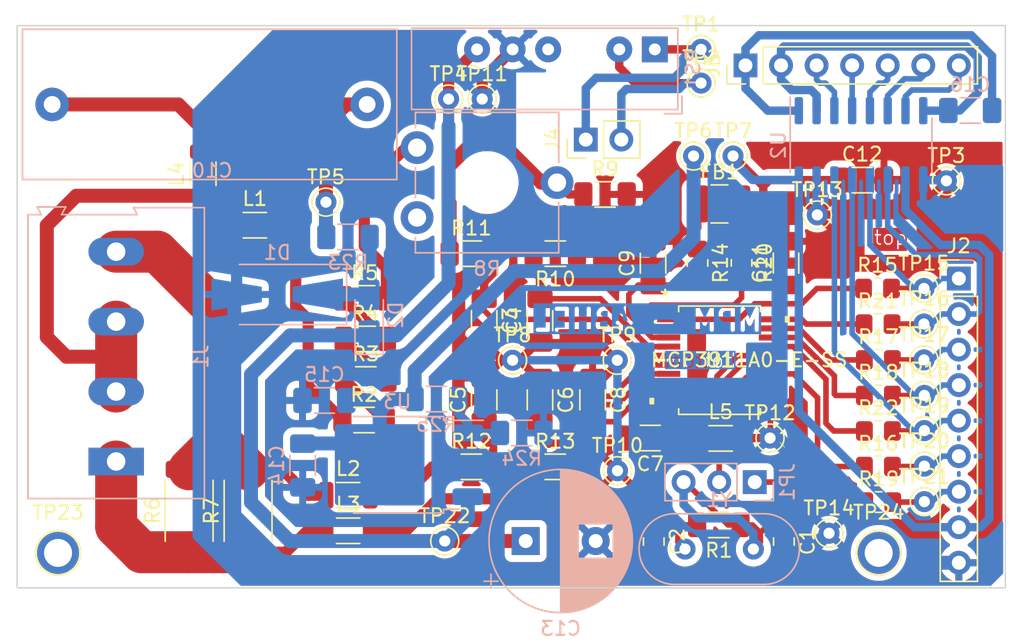
<source format=kicad_pcb>
(kicad_pcb (version 20221018) (generator pcbnew)
  (layers (0 "F.Cu" signal) (31 "B.Cu" signal) (34 "B.Paste" user) (35 "F.Paste" user) (36 "B.SilkS" user "B.Silkscreen") (37 "F.SilkS" user "F.Silkscreen") (38 "B.Mask" user) (39 "F.Mask" user) (44 "Edge.Cuts" user))
  (net 0 "")
  (net 1 "/CH0-")
  (net 2 "GNDA")
  (net 3 "/CH0+")
  (net 4 "/CH1+")
  (net 5 "/CH1-")
  (net 6 "Net-(U1-REFIN+{slash}OUT)")
  (net 7 "/OSC1")
  (net 8 "GNDD")
  (net 9 "/OSC2")
  (net 10 "/3V3A")
  (net 11 "/3V3D")
  (net 12 "Net-(J3-Pin_1)")
  (net 13 "Net-(J3-Pin_7)")
  (net 14 "Net-(C10-Pad1)")
  (net 15 "/x_cap_out")
  (net 16 "/LM317_Vin")
  (net 17 "Net-(D1-K)")
  (net 18 "Net-(FB1-Pad1)")
  (net 19 "+3.3V")
  (net 20 "HIGH_in")
  (net 21 "/~{RESET}_")
  (net 22 "/SDO_")
  (net 23 "/SDI_")
  (net 24 "/SCK_")
  (net 25 "/~{CS}_")
  (net 26 "/~{DR}_")
  (net 27 "/OSC1_ext_")
  (net 28 "Net-(J3-Pin_2)")
  (net 29 "Net-(J3-Pin_3)")
  (net 30 "Net-(J3-Pin_4)")
  (net 31 "Net-(J3-Pin_5)")
  (net 32 "Net-(J3-Pin_6)")
  (net 33 "/5V_ext")
  (net 34 "/OSC1_ext")
  (net 35 "Net-(JP1-C)")
  (net 36 "/current_pos")
  (net 37 "Net-(L1-Pad2)")
  (net 38 "/current_neg")
  (net 39 "Net-(L2-Pad2)")
  (net 40 "Net-(L3-Pad2)")
  (net 41 "/voltage_pos")
  (net 44 "/SCK")
  (net 45 "/~{DR}")
  (net 46 "/SDO")
  (net 47 "/SDI")
  (net 48 "/~{CS}")
  (net 49 "/~{RESET}")
  (net 50 "Net-(U3-ADJ)")
  (net 53 "/GND_ext")
  (net 55 "Net-(R2-Pad2)")
  (net 56 "Net-(R3-Pad2)")
  (net 57 "Net-(R4-Pad2)")
  (net 58 "Net-(R5-Pad2)")
  (footprint "Connector_PinHeader_2.54mm:PinHeader_1x09_P2.54mm_Vertical" (layer "F.Cu") (at 185.674 130.683)
    (fp_text reference "J2")
    (fp_text value "Conn_01x09")
  )
  (footprint "Via:Via_THTPad_D1.5mm_Drill0.8mm" (layer "F.Cu") (at 183.2102 141.5542)
    (fp_text reference "TP19")
    (fp_text value "TestPoint")
  )
  (footprint "Resistor_SMD:R_2512_6332Metric" (layer "F.Cu") (at 130.69 147.2875 90)
    (fp_text reference "R6")
    (fp_text value "50m")
  )
  (footprint "Resistor_SMD:R_1206_3216Metric_Pad1.30x1.75mm_HandSolder" (layer "F.Cu") (at 143.272 135)
    (fp_text reference "R4")
    (fp_text value "180k")
  )
  (footprint "Inductor_SMD:L_1206_3216Metric" (layer "F.Cu") (at 131.699 123.19 90)
    (fp_text reference "L4")
    (fp_text value "150n/300m")
  )
  (footprint "Inductor_SMD:L_1206_3216Metric" (layer "F.Cu") (at 168.656 142.113)
    (fp_text reference "L5")
    (fp_text value "150n/300m")
  )
  (footprint "Inductor_SMD:L_1206_3216Metric" (layer "F.Cu") (at 135.382 126.873)
    (fp_text reference "L1")
    (fp_text value "150n/300m")
  )
  (footprint "Via:Via_THTPad_D1.5mm_Drill0.8mm" (layer "F.Cu") (at 148.95 149.45)
    (fp_text reference "TP22")
    (fp_text value "TestPoint")
  )
  (footprint "Capacitor_SMD:C_1206_3216Metric_Pad1.33x1.80mm_HandSolder" (layer "F.Cu") (at 163.6268 142.0876 180)
    (fp_text reference "C7")
    (fp_text value "100n")
  )
  (footprint "Via:Via_THTPad_D1.5mm_Drill0.8mm" (layer "F.Cu") (at 183.2102 139.0396)
    (fp_text reference "TP18")
    (fp_text value "TestPoint")
  )
  (footprint "Inductor_SMD:L_1206_3216Metric" (layer "F.Cu") (at 142.05 146.177)
    (fp_text reference "L2")
    (fp_text value "150n/300m")
  )
  (footprint "Connector_PinHeader_2.54mm:PinHeader_1x07_P2.54mm_Vertical" (layer "F.Cu") (at 170.434 115.443 90)
    (fp_text reference "J3")
    (fp_text value "Conn_01x07")
  )
  (footprint "Resistor_SMD:R_1206_3216Metric_Pad1.30x1.75mm_HandSolder" (layer "F.Cu") (at 150.85 144.145)
    (fp_text reference "R12")
    (fp_text value "1k")
  )
  (footprint "Capacitor_SMD:C_1206_3216Metric_Pad1.33x1.80mm_HandSolder" (layer "F.Cu") (at 163.83 129.590798 90)
    (fp_text reference "C9")
    (fp_text value "100n")
  )
  (footprint "Capacitor_SMD:C_0805_2012Metric_Pad1.18x1.45mm_HandSolder" (layer "F.Cu") (at 163.88 149.49 -90)
    (fp_text reference "C2")
    (fp_text value "18p")
  )
  (footprint "Via:Via_THTPad_D1.5mm_Drill0.8mm" (layer "F.Cu") (at 183.2102 144.0942)
    (fp_text reference "TP20")
    (fp_text value "TestPoint")
  )
  (footprint "Connector_PinHeader_2.54mm:PinHeader_1x02_P2.54mm_Vertical" (layer "F.Cu") (at 159.024 120.752 90)
    (fp_text reference "J4")
    (fp_text value "Conn_01x02")
  )
  (footprint "Inductor_SMD:L_1210_3225Metric_Pad1.42x2.65mm_HandSolder" (layer "F.Cu") (at 168.575 125.35)
    (fp_text reference "FB1")
    (fp_text value "FerriteBead")
  )
  (footprint "Capacitor_SMD:C_1206_3216Metric_Pad1.33x1.80mm_HandSolder" (layer "F.Cu") (at 155.7528 139.3575 -90)
    (fp_text reference "C6")
    (fp_text value "100n")
  )
  (footprint "Capacitor_SMD:C_1206_3216Metric_Pad1.33x1.80mm_HandSolder" (layer "F.Cu") (at 178.7652 123.6472)
    (fp_text reference "C12")
    (fp_text value "100n")
  )
  (footprint "Via:Via_THTPad_D1.5mm_Drill0.8mm" (layer "F.Cu") (at 151.625 117.85)
    (fp_text reference "TP11")
    (fp_text value "TestPoint")
  )
  (footprint "Resistor_SMD:R_0805_2012Metric_Pad1.20x1.40mm_HandSolder" (layer "F.Cu") (at 179.866108 131.3942)
    (fp_text reference "R15")
    (fp_text value "10E")
  )
  (footprint "Screwhole:Screwhole_THTPad_D3.0mm_Drill2.0mm" (layer "F.Cu") (at 121.325 150.3)
    (fp_text reference "TP23")
    (fp_text value "TestPoint")
  )
  (footprint "Resistor_SMD:R_0805_2012Metric_Pad1.20x1.40mm_HandSolder" (layer "F.Cu") (at 170.153066 129.5648 -90)
    (fp_text reference "R20")
    (fp_text value "10E")
  )
  (footprint "Resistor_SMD:R_0805_2012Metric_Pad1.20x1.40mm_HandSolder" (layer "F.Cu") (at 179.927446 136.504554)
    (fp_text reference "R17")
    (fp_text value "10E")
  )
  (footprint "Via:Via_THTPad_D1.5mm_Drill0.8mm" (layer "F.Cu") (at 175.5648 126.1364)
    (fp_text reference "TP13")
    (fp_text value "TestPoint")
  )
  (footprint "Via:Via_THTPad_D1.5mm_Drill0.8mm" (layer "F.Cu") (at 169.545 121.925)
    (fp_text reference "TP7")
    (fp_text value "TestPoint")
  )
  (footprint "Inductor_SMD:L_1206_3216Metric" (layer "F.Cu") (at 142.05 148.717)
    (fp_text reference "L3")
    (fp_text value "150n/300m")
  )
  (footprint "Resistor_SMD:R_2512_6332Metric" (layer "F.Cu") (at 134.9 147.2875 90)
    (fp_text reference "R7")
    (fp_text value "10m")
  )
  (footprint "Capacitor_SMD:C_1206_3216Metric_Pad1.33x1.80mm_HandSolder" (layer "F.Cu") (at 155.7528 133.6925 90)
    (fp_text reference "C4")
    (fp_text value "100n")
  )
  (footprint "Resistor_SMD:R_1206_3216Metric_Pad1.30x1.75mm_HandSolder" (layer "F.Cu") (at 143.23 132.1)
    (fp_text reference "R5")
    (fp_text value "180k")
  )
  (footprint "Capacitor_SMD:C_1206_3216Metric_Pad1.33x1.80mm_HandSolder" (layer "F.Cu") (at 173.3296 129.582132 90)
    (fp_text reference "C11")
    (fp_text value "100n")
  )
  (footprint "Resistor_SMD:R_0805_2012Metric_Pad1.20x1.40mm_HandSolder" (layer "F.Cu") (at 179.953446 146.664554)
    (fp_text reference "R19")
    (fp_text value "10E")
  )
  (footprint "Resistor_SMD:R_1206_3216Metric_Pad1.30x1.75mm_HandSolder" (layer "F.Cu") (at 156.845 144.145)
    (fp_text reference "R13")
    (fp_text value "1k")
  )
  (footprint "Resistor_SMD:R_0805_2012Metric_Pad1.20x1.40mm_HandSolder" (layer "F.Cu") (at 167.006533 129.573466 -90)
    (fp_text reference "R14")
    (fp_text value "10E")
  )
  (footprint "Screwhole:Screwhole_THTPad_D3.0mm_Drill2.0mm" (layer "F.Cu") (at 179.95 150.3)
    (fp_text reference "TP24")
    (fp_text value "TestPoint")
  )
  (footprint "Capacitor_SMD:C_1206_3216Metric_Pad1.33x1.80mm_HandSolder" (layer "F.Cu") (at 159.512 139.3575 -90)
    (fp_text reference "C8")
    (fp_text value "100n")
  )
  (footprint "Via:Via_THTPad_D1.5mm_Drill0.8mm" (layer "F.Cu") (at 167.259 114.3)
    (fp_text reference "TP1")
    (fp_text value "TestPoint")
  )
  (footprint "Resistor_SMD:R_1206_3216Metric_Pad1.30x1.75mm_HandSolder" (layer "F.Cu") (at 156.845 128.905 180)
    (fp_text reference "R10")
    (fp_text value "1k")
  )
  (footprint "Via:Via_THTPad_D1.5mm_Drill0.8mm" (layer "F.Cu") (at 149.225 117.85)
    (fp_text reference "TP4")
    (fp_text value "TestPoint")
  )
  (footprint "Resistor_SMD:R_1206_3216Metric_Pad1.30x1.75mm_HandSolder" (layer "F.Cu") (at 150.85 128.905)
    (fp_text reference "R11")
    (fp_text value "1k")
  )
  (footprint "Via:Via_THTPad_D1.5mm_Drill0.8mm" (layer "F.Cu") (at 183.2102 146.6342)
    (fp_text reference "TP21")
    (fp_text value "TestPoint")
  )
  (footprint "Via:Via_THTPad_D1.5mm_Drill0.8mm" (layer "F.Cu") (at 183.1848 133.9342)
    (fp_text reference "TP16")
    (fp_text value "TestPoint")
  )
  (footprint "Resistor_SMD:R_1206_3216Metric_Pad1.30x1.75mm_HandSolder" (layer "F.Cu") (at 143.314 137.9)
    (fp_text reference "R3")
    (fp_text value "150k")
  )
  (footprint "Resistor_SMD:R_0805_2012Metric_Pad1.20x1.40mm_HandSolder" (layer "F.Cu") (at 179.927446 144.124554)
    (fp_text reference "R16")
    (fp_text value "10E")
  )
  (footprint "Resistor_SMD:R_1206_3216Metric_Pad1.30x1.75mm_HandSolder" (layer "F.Cu") (at 143.188 140.8)
    (fp_text reference "R2")
    (fp_text value "150k")
  )
  (footprint "Via:Via_THTPad_D1.5mm_Drill0.8mm" (layer "F.Cu") (at 176.403 148.8948)
    (fp_text reference "TP14")
    (fp_text value "TestPoint")
  )
  (footprint "Via:Via_THTPad_D1.5mm_Drill0.8mm" (layer "F.Cu") (at 183.1848 131.3942)
    (fp_text reference "TP15")
    (fp_text value "TestPoint")
  )
  (footprint "Via:Via_THTPad_D1.5mm_Drill0.8mm" (layer "F.Cu") (at 183.1848 136.4996)
    (fp_text reference "TP17")
    (fp_text value "TestPoint")
  )
  (footprint "Via:Via_THTPad_D1.5mm_Drill0.8mm" (layer "F.Cu") (at 172.1866 142.0876)
    (fp_text reference "TP12")
    (fp_text value "TestPoint")
  )
  (footprint "Resistor_SMD:R_0805_2012Metric_Pad1.20x1.40mm_HandSolder" (layer "F.Cu") (at 179.927446 141.584554)
    (fp_text reference "R22")
    (fp_text value "10E")
  )
  (footprint "Via:Via_THTPad_D1.5mm_Drill0.8mm" (layer "F.Cu") (at 140.462 125.222)
    (fp_text reference "TP5")
    (fp_text value "TestPoint")
  )
  (footprint "Resistor_SMD:R_0805_2012Metric_Pad1.20x1.40mm_HandSolder" (layer "F.Cu") (at 179.902046 133.939154)
    (fp_text reference "R21")
    (fp_text value "10E")
  )
  (footprint "Via:Via_THTPad_D1.5mm_Drill0.8mm" (layer "F.Cu") (at 161.275 136.525)
    (fp_text reference "TP9")
    (fp_text value "TestPoint")
  )
  (footprint "Resistor_SMD:R_0805_2012Metric_Pad1.20x1.40mm_HandSolder" (layer "F.Cu") (at 179.927446 139.044554)
    (fp_text reference "R18")
    (fp_text value "10E")
  )
  (footprint "Resistor_SMD:R_1206_3216Metric_Pad1.30x1.75mm_HandSolder" (layer "F.Cu") (at 168.5284 148.2985 180)
    (fp_text reference "R1")
    (fp_text value "1.2M")
  )
  (footprint "Via:Via_THTPad_D1.5mm_Drill0.8mm" (layer "F.Cu") (at 161.29 144.4244)
    (fp_text reference "TP10")
    (fp_text value "TestPoint")
  )
  (footprint "Via:Via_THTPad_D1.5mm_Drill0.8mm" (layer "F.Cu") (at 166.725 121.925)
    (fp_text reference "TP6")
    (fp_text value "TestPoint")
  )
  (footprint "MCP3911A0-E-SS:MCP3911A0-E&slash_SS" (layer "F.Cu") (at 168.5798 136.525)
    (fp_text reference "U1")
    (fp_text value "MCP3911A0-E-SS")
  )
  (footprint "Via:Via_THTPad_D1.5mm_Drill0.8mm" (layer "F.Cu") (at 167.259 116.713)
    (fp_text reference "TP2")
    (fp_text value "TestPoint")
  )
  (footprint "Via:Via_THTPad_D1.5mm_Drill0.8mm" (layer "F.Cu") (at 153.797 136.525)
    (fp_text reference "TP8")
    (fp_text value "TestPoint")
  )
  (footprint "Resistor_SMD:R_1206_3216Metric_Pad1.30x1.75mm_HandSolder" (layer "F.Cu") (at 160.4004 124.6708)
    (fp_text reference "R9")
    (fp_text value "1k")
  )
  (footprint "Capacitor_SMD:C_1206_3216Metric_Pad1.33x1.80mm_HandSolder" (layer "F.Cu") (at 151.765 139.3575 90)
    (fp_text reference "C5")
    (fp_text value "100n")
  )
  (footprint "Via:Via_THTPad_D1.5mm_Drill0.8mm" (layer "F.Cu") (at 184.785 123.698)
    (fp_text reference "TP3")
    (fp_text value "TestPoint")
  )
  (footprint "Capacitor_SMD:C_1206_3216Metric_Pad1.33x1.80mm_HandSolder" (layer "F.Cu") (at 151.765 133.6925 -90)
    (fp_text reference "C3")
    (fp_text value "100n")
  )
  (footprint "Capacitor_SMD:C_0805_2012Metric_Pad1.18x1.45mm_HandSolder" (layer "F.Cu") (at 173.1764 149.49 -90)
    (fp_text reference "C1")
    (fp_text value "18p")
  )
  (footprint "Diode_SMD:D_MicroMELF_Handsoldering" (layer "B.Cu") (at 143.55 133.3 90)
    (fp_text reference "D2")
    (fp_text value "MRA4005T3G")
  )
  (footprint "Potentiometer_THT:Potentiometer_ACP_CA9-V10_Vertical_Hole" (layer "B.Cu") (at 146.972 121.3246)
    (fp_text reference "R8")
    (fp_text value "10k")
  )
  (footprint "TerminalBlock:TerminalBlock_Altech_AK300-4_P5.00mm" (layer "B.Cu") (at 125.476 143.764 90)
    (fp_text reference "J1")
    (fp_text value "Screw_Terminal_01x04")
  )
  (footprint "Converter_DCDC:Converter_DCDC_XP_POWER-IAxxxxS_THT" (layer "B.Cu") (at 163.957 114.3 90)
    (fp_text reference "PS1")
    (fp_text value "IA0505S")
  )
  (footprint "Resistor_SMD:R_1206_3216Metric_Pad1.30x1.75mm_HandSolder" (layer "B.Cu") (at 154.45 141.725)
    (fp_text reference "R24")
    (fp_text value "1k5")
  )
  (footprint "Resistor_SMD:R_1206_3216Metric_Pad1.30x1.75mm_HandSolder" (layer "B.Cu") (at 148.35 139.3)
    (fp_text reference "R25")
    (fp_text value "910")
  )
  (footprint "Capacitor_THT:CP_Radial_D10.0mm_P5.00mm" (layer "B.Cu") (at 154.732323 149.45)
    (fp_text reference "C13")
    (fp_text value "470u")
  )
  (footprint "Connector_PinHeader_2.54mm:PinHeader_1x03_P2.54mm_Vertical" (layer "B.Cu") (at 171.0944 145.2372 90)
    (fp_text reference "JP1")
    (fp_text value "Jumper_3_Open")
  )
  (footprint "Capacitor_THT:C_Rect_L26.5mm_W10.5mm_P22.50mm_MKS4" (layer "B.Cu") (at 120.904 118.237)
    (fp_text reference "C10")
    (fp_text value "820n/530")
  )
  (footprint "Resistor_SMD:R_1206_3216Metric_Pad1.30x1.75mm_HandSolder" (layer "B.Cu") (at 142.0368 127.7112)
    (fp_text reference "R23")
    (fp_text value "100E")
  )
  (footprint "Capacitor_SMD:C_1206_3216Metric_Pad1.33x1.80mm_HandSolder" (layer "B.Cu") (at 186.4868 118.6688 180)
    (fp_text reference "C16")
    (fp_text value "100n")
  )
  (footprint "Capacitor_SMD:C_1206_3216Metric_Pad1.33x1.80mm_HandSolder" (layer "B.Cu") (at 138.8 144.05 -90)
    (fp_text reference "C14")
    (fp_text value "100n")
  )
  (footprint "Capacitor_SMD:C_1206_3216Metric_Pad1.33x1.80mm_HandSolder" (layer "B.Cu") (at 140.35 139.4 180)
    (fp_text reference "C15")
    (fp_text value "10u")
  )
  (footprint "Package_TO_SOT_SMD:TO-252-2" (layer "B.Cu") (at 145.56 144 180)
    (fp_text reference "U3")
    (fp_text value "LM317_TO-252")
  )
  (footprint "Diode_SMD:D_SMA-SMB_Universal_Handsoldering" (layer "B.Cu") (at 136.9818 131.826 180)
    (fp_text reference "D1")
    (fp_text value "BZG03C15G")
  )
  (footprint "Crystal:Crystal_HC49-4H_Vertical" (layer "B.Cu") (at 170.996 150.0257 180)
    (fp_text reference "Y1")
    (fp_text value "10M")
  )
  (footprint "Package_SO:SOIC-16_3.9x9.9mm_P1.27mm" (layer "B.Cu") (at 178.689 121.158 -90)
    (fp_text reference "U2")
    (fp_text value "Si8641BA-B-IU")
  )
  (gr_rect (start 118.4 112.6) (end 189 152.8) (stroke (width 0.1)) (fill none) (layer "Edge.Cuts"))
  (gr_text "top" (at 180.8 128.35) (layer "F.Cu" knockout) (effects (font (size 1 1) (thickness 0.1)) (justify bottom)))
  (gr_text "MPM - 4BHEL" (at 163.5252 134.5438) (layer "B.Cu" knockout) (effects (font (size 1.5 1.5) (thickness 0.3) bold) (justify bottom mirror)))
  (gr_text "bottom" (at 167.2082 137.1346) (layer "B.Cu" knockout) (effects (font (size 1 1) (thickness 0.1)) (justify bottom mirror)))
  (segment (start 164.9476 136.199999) (end 163.123999 136.199999) (width 0.4) (layer "F.Cu") (net 1))
  (segment (start 152.4 128.905) (end 152.4 130.302) (width 0.6) (layer "F.Cu") (net 1))
  (segment (start 151.765 130.937) (end 151.765 132.13) (width 0.6) (layer "F.Cu") (net 1))
  (segment (start 152.4 130.302) (end 151.765 130.937) (width 0.6) (layer "F.Cu") (net 1))
  (segment (start 152.4 133.604) (end 151.765 132.969) (width 0.4) (layer "F.Cu") (net 1))
  (segment (start 160.528 133.604) (end 152.4 133.604) (width 0.4) (layer "F.Cu") (net 1))
  (segment (start 163.123999 136.199999) (end 160.528 133.604) (width 0.4) (layer "F.Cu") (net 1))
  (segment (start 151.765 132.969) (end 151.765 132.13) (width 0.4) (layer "F.Cu") (net 1))
  (segment (start 158.3696 128.8796) (end 158.395 128.905) (width 0.6) (layer "F.Cu") (net 2))
  (segment (start 161.9504 125.73) (end 161.9504 124.6708) (width 0.6) (layer "F.Cu") (net 2))
  (segment (start 164.9476 139.449998) (end 166.112002 139.449998) (width 0.4) (layer "F.Cu") (net 2))
  (segment (start 150.876 127.762) (end 151.5872 127.0508) (width 0.6) (layer "F.Cu") (net 2))
  (segment (start 158.3696 126.466) (end 161.2144 126.466) (width 0.6) (layer "F.Cu") (net 2))
  (segment (start 164.9476 139.449998) (end 164.9476 140.3604) (width 0.4) (layer "F.Cu") (net 2))
  (segment (start 150.876 130.048) (end 150.876 127.762) (width 0.6) (layer "F.Cu") (net 2))
  (segment (start 165.2016 140.6144) (end 165.1893 140.6267) (width 0.4) (layer "F.Cu") (net 2))
  (segment (start 159.512 137.795) (end 160.274 137.795) (width 0.6) (layer "F.Cu") (net 2))
  (segment (start 155.575 137.795) (end 154.305 136.525) (width 0.6) (layer "F.Cu") (net 2))
  (segment (start 166.112002 139.449998) (end 166.37 139.192) (width 0.4) (layer "F.Cu") (net 2))
  (segment (start 166.37 139.192) (end 166.37 138.43) (width 0.4) (layer "F.Cu") (net 2))
  (segment (start 150.114 134.874) (end 150.114 130.81) (width 0.6) (layer "F.Cu") (net 2))
  (segment (start 155.7528 135.255) (end 155.575 135.255) (width 0.6) (layer "F.Cu") (net 2))
  (segment (start 165.1893 140.6267) (end 165.1893 142.0876) (width 0.4) (layer "F.Cu") (net 2))
  (segment (start 157.7848 127.0508) (end 158.395 127.661) (width 0.6) (layer "F.Cu") (net 2))
  (segment (start 161.785702 128.028298) (end 163.83 128.028298) (width 0.6) (layer "F.Cu") (net 2))
  (segment (start 158.3696 126.466) (end 157.7848 127.0508) (width 0.6) (layer "F.Cu") (net 2))
  (segment (start 150.495 135.255) (end 150.114 134.874) (width 0.6) (layer "F.Cu") (net 2))
  (segment (start 164.9476 140.3604) (end 165.2016 140.6144) (width 0.4) (layer "F.Cu") (net 2))
  (segment (start 166.37 138.43) (end 166.089998 138.149998) (width 0.4) (layer "F.Cu") (net 2))
  (segment (start 151.765 135.255) (end 150.495 135.255) (width 0.6) (layer "F.Cu") (net 2))
  (segment (start 161.2144 126.466) (end 161.9504 125.73) (width 0.6) (layer "F.Cu") (net 2))
  (segment (start 166.089998 138.149998) (end 164.9476 138.149998) (width 0.4) (layer "F.Cu") (net 2))
  (segment (start 158.395 128.905) (end 160.909 128.905) (width 0.6) (layer "F.Cu") (net 2))
  (segment (start 160.274 137.795) (end 161.544 136.525) (width 0.6) (layer "F.Cu") (net 2))
  (segment (start 151.765 135.255) (end 153.035 136.525) (width 0.6) (layer "F.Cu") (net 2))
  (segment (start 160.909 128.905) (end 161.785702 128.028298) (width 0.6) (layer "F.Cu") (net 2))
  (segment (start 155.7528 137.795) (end 155.575 137.795) (width 0.6) (layer "F.Cu") (net 2))
  (segment (start 155.7528 137.795) (end 159.512 137.795) (width 0.6) (layer "F.Cu") (net 2))
  (segment (start 151.765 137.795) (end 153.035 136.525) (width 0.6) (layer "F.Cu") (net 2))
  (segment (start 150.114 130.81) (end 150.876 130.048) (width 0.6) (layer "F.Cu") (net 2))
  (segment (start 151.5872 127.0508) (end 157.7848 127.0508) (width 0.6) (layer "F.Cu") (net 2))
  (segment (start 154.305 136.525) (end 153.797 136.525) (width 0.6) (layer "F.Cu") (net 2))
  (segment (start 164.9476 141.8459) (end 165.1893 142.0876) (width 0.25) (layer "F.Cu") (net 2))
  (segment (start 153.797 136.525) (end 153.035 136.525) (width 0.6) (layer "F.Cu") (net 2))
  (segment (start 158.395 127.661) (end 158.395 128.905) (width 0.6) (layer "F.Cu") (net 2))
  (segment (start 155.575 135.255) (end 154.305 136.525) (width 0.6) (layer "F.Cu") (net 2))
  (segment (start 161.29 136.5504) (end 161.29 144.4244) (width 0.6) (layer "B.Cu") (net 2))
  (segment (start 161.2646 136.525) (end 161.29 136.5504) (width 0.6) (layer "B.Cu") (net 2))
  (segment (start 153.797 136.525) (end 161.2646 136.525) (width 0.6) (layer "B.Cu") (net 2))
  (segment (start 155.295 130.149) (end 155.7528 130.6068) (width 0.6) (layer "F.Cu") (net 3))
  (segment (start 160.07 132.13) (end 155.7528 132.13) (width 0.4) (layer "F.Cu") (net 3))
  (segment (start 163.490001 135.550001) (end 160.07 132.13) (width 0.4) (layer "F.Cu") (net 3))
  (segment (start 164.9476 135.550001) (end 163.490001 135.550001) (width 0.4) (layer "F.Cu") (net 3))
  (segment (start 155.7528 130.6068) (end 155.7528 132.13) (width 0.6) (layer "F.Cu") (net 3))
  (segment (start 155.295 128.905) (end 155.295 130.149) (width 0.6) (layer "F.Cu") (net 3))
  (segment (start 152.492 139.1) (end 151.765 139.827) (width 0.4) (layer "F.Cu") (net 4))
  (segment (start 164.9476 136.849998) (end 163.124002 136.849998) (width 0.4) (layer "F.Cu") (net 4))
  (segment (start 163.124002 136.849998) (end 160.874 139.1) (width 0.4) (layer "F.Cu") (net 4))
  (segment (start 160.874 139.1) (end 152.492 139.1) (width 0.4) (layer "F.Cu") (net 4))
  (segment (start 152.4 142.748) (end 151.765 142.113) (width 0.6) (layer "F.Cu") (net 4))
  (segment (start 151.765 139.827) (end 151.765 140.92) (width 0.4) (layer "F.Cu") (net 4))
  (segment (start 152.4 144.145) (end 152.4 142.748) (width 0.6) (layer "F.Cu") (net 4))
  (segment (start 151.765 142.113) (end 151.765 140.92) (width 0.6) (layer "F.Cu") (net 4))
  (segment (start 158.395 143.155) (end 157.734 142.494) (width 0.6) (layer "F.Cu") (net 5))
  (segment (start 155.7528 140.1572) (end 155.7528 140.92) (width 0.4) (layer "F.Cu") (net 5))
  (segment (start 156.21 139.7) (end 155.7528 140.1572) (width 0.4) (layer "F.Cu") (net 5))
  (segment (start 163.490001 137.499999) (end 161.29 139.7) (width 0.4) (layer "F.Cu") (net 5))
  (segment (start 164.9476 137.499999) (end 163.490001 137.499999) (width 0.4) (layer "F.Cu") (net 5))
  (segment (start 155.7528 142.0368) (end 155.7528 140.92) (width 0.6) (layer "F.Cu") (net 5))
  (segment (start 156.21 142.494) (end 155.7528 142.0368) (width 0.6) (layer "F.Cu") (net 5))
  (segment (start 157.734 142.494) (end 156.21 142.494) (width 0.6) (layer "F.Cu") (net 5))
  (segment (start 161.29 139.7) (end 156.21 139.7) (width 0.4) (layer "F.Cu") (net 5))
  (segment (start 158.395 144.145) (end 158.395 143.155) (width 0.6) (layer "F.Cu") (net 5))
  (segment (start 161.8488 141.6828) (end 161.086 140.92) (width 0.4) (layer "F.Cu") (net 6))
  (segment (start 164.9476 138.799999) (end 163.206001 138.799999) (width 0.4) (layer "F.Cu") (net 6))
  (segment (start 161.086 140.92) (end 159.512 140.92) (width 0.4) (layer "F.Cu") (net 6))
  (segment (start 163.206001 138.799999) (end 161.086 140.92) (width 0.4) (layer "F.Cu") (net 6))
  (segment (start 170.0784 148.2985) (end 169.1907 148.2985) (width 0.4) (layer "F.Cu") (net 7))
  (segment (start 166.3834 145.4912) (end 166.0144 145.4912) (width 0.4) (layer "F.Cu") (net 7))
  (segment (start 169.1907 148.2985) (end 166.3834 145.4912) (width 0.4) (layer "F.Cu") (net 7))
  (segment (start 170.0907 148.2862) (end 170.0784 148.2985) (width 0.4) (layer "F.Cu") (net 7))
  (segment (start 170.996 150.0257) (end 170.99765 150.0257) (width 0.4) (layer "F.Cu") (net 7))
  (segment (start 170.94805 148.3106) (end 170.12315 148.3106) (width 0.4) (layer "F.Cu") (net 7))
  (segment (start 171.49355 148.8561) (end 170.94805 148.3106) (width 0.4) (layer "F.Cu") (net 7))
  (segment (start 171.87435 148.4753) (end 173.21755 148.4753) (width 0.4) (layer "F.Cu") (net 7))
  (segment (start 171.49355 148.8561) (end 171.87435 148.4753) (width 0.4) (layer "F.Cu") (net 7))
  (segment (start 171.49355 149.5298) (end 171.49355 148.8561) (width 0.4) (layer "F.Cu") (net 7))
  (segment (start 170.99765 150.0257) (end 171.49355 149.5298) (width 0.4) (layer "F.Cu") (net 7))
  (segment (start 166.0144 145.2372) (end 166.0144 146.8374) (width 0.6) (layer "B.Cu") (net 7))
  (segment (start 169.926 147.828) (end 170.996 148.898) (width 0.6) (layer "B.Cu") (net 7))
  (segment (start 167.005 147.828) (end 169.926 147.828) (width 0.6) (layer "B.Cu") (net 7))
  (segment (start 166.0144 146.8374) (end 167.005 147.828) (width 0.6) (layer "B.Cu") (net 7))
  (segment (start 170.996 148.898) (end 170.996 150.0257) (width 0.6) (layer "B.Cu") (net 7))
  (segment (start 172.1104 142.0876) (end 170.2564 142.0876) (width 0.6) (layer "F.Cu") (net 8))
  (segment (start 183.388 126.111) (end 184.8612 124.6378) (width 0.6) (layer "F.Cu") (net 8))
  (segment (start 151.625 117.85) (end 151.625 116.472) (width 0.8) (layer "F.Cu") (net 8))
  (segment (start 164.09 152.08) (end 163.88 151.87) (width 0.4) (layer "F.Cu") (net 8))
  (segment (start 170.6332 139.45) (end 170.231 139.8522) (width 0.4) (layer "F.Cu") (net 8))
  (segment (start 173.01 152.08) (end 164.09 152.08) (width 0.4) (layer "F.Cu") (net 8))
  (segment (start 184.8612 124.6378) (end 184.8612 123.6472) (width 0.6) (layer "F.Cu") (net 8))
  (segment (start 173.1764 151.9136) (end 173.01 152.08) (width 0.4) (layer "F.Cu") (net 8))
  (segment (start 163.88 151.87) (end 163.88 150.5275) (width 0.4) (layer "F.Cu") (net 8))
  (segment (start 184.8612 123.6472) (end 180.3277 123.6472) (width 0.6) (layer "F.Cu") (net 8))
  (segment (start 151.625 116.472) (end 153.797 114.3) (width 0.8) (layer "F.Cu") (net 8))
  (segment (start 172.212 141.986) (end 172.1104 142.0876) (width 0.4) (layer "F.Cu") (net 8))
  (segment (start 172.212 139.45) (end 172.212 141.986) (width 0.4) (layer "F.Cu") (net 8))
  (segment (start 173.1764 150.5275) (end 173.1764 151.9136) (width 0.4) (layer "F.Cu") (net 8))
  (segment (start 172.212 139.45) (end 170.6332 139.45) (width 0.4) (layer "F.Cu") (net 8))
  (segment (start 175.514 126.111) (end 183.388 126.111) (width 0.6) (layer "F.Cu") (net 8))
  (segment (start 170.231 139.8522) (end 170.231 142.113) (width 0.4) (layer "F.Cu") (net 8))
  (segment (start 170.2564 142.0876) (end 170.231 142.113) (width 0.6) (layer "F.Cu") (net 8))
  (segment (start 147.747057 114.681) (end 140.335 114.681) (width 0.8) (layer "B.Cu") (net 8))
  (segment (start 174.8828 150.3172) (end 176.4 148.8) (width 1) (layer "B.Cu") (net 8))
  (segment (start 138.8 145.6125) (end 137.3375 145.6125) (width 0.4) (layer "B.Cu") (net 8))
  (segment (start 133.9088 131.999) (end 134.0818 131.826) (width 1) (layer "B.Cu") (net 8))
  (segment (start 175.514 123.633) (end 175.514 126.111) (width 0.6) (layer "B.Cu") (net 8))
  (segment (start 136.95 139.4) (end 136.6 139.75) (width 0.4) (layer "B.Cu") (net 8))
  (segment (start 136.6 144.875) (end 136.6 139.75) (width 0.4) (layer "B.Cu") (net 8))
  (segment (start 134.0818 120.9342) (end 134.0818 131.826) (width 0.8) (layer "B.Cu") (net 8))
  (segment (start 184.277 151.003) (end 185.674 151.003) (width 1) (layer "B.Cu") (net 8))
  (segment (start 174.3964 150.3172) (end 174.3964 150.3934) (width 1) (layer "B.Cu") (net 8))
  (segment (start 183.642 151.638) (end 184.277 151.003) (width 1) (layer "B.Cu") (net 8))
  (segment (start 137.3375 145.6125) (end 136.6 144.875) (width 0.4) (layer "B.Cu") (net 8))
  (segment (start 173.0248 142.0876) (end 172.1104 142.0876) (width 0.6) (layer "B.Cu") (net 8))
  (segment (start 174.3964 143.4592) (end 173.0248 142.0876) (width 0.6) (layer "B.Cu") (net 8))
  (segment (start 133.7572 132.1506) (end 134.0818 131.826) (width 1) (layer "B.Cu") (net 8))
  (segment (start 136.792 151.892) (end 133.9088 149.0088) (width 1) (layer "B.Cu") (net 8))
  (segment (start 174.3964 146.7964) (end 174.3964 143.4592) (width 0.6) (layer "B.Cu") (net 8))
  (segment (start 138.7875 139.4) (end 136.95 139.4) (width 0.4) (layer "B.Cu") (net 8))
  (segment (start 184.8612 123.6472) (end 183.1482 123.6472) (width 0.6) (layer "B.Cu") (net 8))
  (segment (start 140.335 114.681) (end 134.0818 120.9342) (width 0.8) (layer "B.Cu") (net 8))
  (segment (start 174.3964 150.3934) (end 175.641 151.638) (width 1) (layer "B.Cu") (net 8))
  (segment (start 133.9088 149.0088) (end 133.9088 131.999) (width 1) (layer "B.Cu") (net 8))
  (segment (start 183.1482 123.6472) (end 183.134 123.633) (width 0.6) (layer "B.Cu") (net 8))
  (segment (start 176.4 148.8) (end 174.3964 146.7964) (width 0.6) (layer "B.Cu") (net 8))
  (segment (start 174.3964 150.3172) (end 172.8216 151.892) (width 1) (layer "B.Cu") (net 8))
  (segment (start 172.8216 151.892) (end 136.792 151.892) (width 1) (layer "B.Cu") (net 8))
  (segment (start 174.3964 150.3172) (end 174.8828 150.3172) (width 1) (layer "B.Cu") (net 8))
  (segment (start 168.402 137.668) (end 169.869998 136.200002) (width 0.4) (layer "F.Cu") (net 9))
  (segment (start 165.608 148.844) (end 165.2272 148.4632) (width 0.4) (layer "F.Cu") (net 9))
  (segment (start 169.869998 136.200002) (end 172.212 136.200002) (width 0.4) (layer "F.Cu") (net 9))
  (segment (start 163.884 148.4632) (end 163.884 144.218) (width 0.4) (layer "F.Cu") (net 9))
  (segment (start 165.608 149.5177) (end 165.608 148.844) (width 0.4) (layer "F.Cu") (net 9))
  (segment (start 166.1535 148.2985) (end 166.9784 148.2985) (width 0.4) (layer "F.Cu") (net 9))
  (segment (start 164.5412 143.5608) (end 167.8432 143.5608) (width 0.4) (layer "F.Cu") (net 9))
  (segment (start 166.116 150.0257) (end 165.608 149.5177) (width 0.4) (layer "F.Cu") (net 9))
  (segment (start 163.884 144.218) (end 164.5412 143.5608) (width 0.4) (layer "F.Cu") (net 9))
  (segment (start 165.2272 148.4632) (end 163.884 148.4632) (width 0.4) (layer "F.Cu") (net 9))
  (segment (start 165.608 148.844) (end 166.1535 148.2985) (width 0.4) (layer "F.Cu") (net 9))
  (segment (start 168.402 143.002) (end 168.402 137.668) (width 0.4) (layer "F.Cu") (net 9))
  (segment (start 167.8432 143.5608) (end 168.402 143.002) (width 0.4) (layer "F.Cu") (net 9))
  (segment (start 162.1028 131.826) (end 162.7755 131.1533) (width 0.4) (layer "F.Cu") (net 10))
  (segment (start 165.736534 130.573466) (end 167.006533 130.573466) (width 0.4) (layer "F.Cu") (net 10))
  (segment (start 165.156702 131.153298) (end 165.736534 130.573466) (width 0.4) (layer "F.Cu") (net 10))
  (segment (start 163.83 131.153298) (end 165.156702 131.153298) (width 0.4) (layer "F.Cu") (net 10))
  (segment (start 164.9476 134.899999) (end 163.756198 134.899999) (width 0.4) (layer "F.Cu") (net 10))
  (segment (start 163.756198 134.899999) (end 162.1028 133.246601) (width 0.4) (layer "F.Cu") (net 10))
  (segment (start 162.1028 133.246601) (end 162.1028 131.826) (width 0.4) (layer "F.Cu") (net 10))
  (segment (start 163.829998 131.1533) (end 163.83 131.153298) (width 0.4) (layer "F.Cu") (net 10))
  (segment (start 162.7755 131.1533) (end 163.829998 131.1533) (width 0.4) (layer "F.Cu") (net 10))
  (segment (start 169.6212 132.588) (end 170.153066 132.056134) (width 0.4) (layer "F.Cu") (net 11))
  (segment (start 164.9476 134.250001) (end 163.954728 134.250001) (width 0.4) (layer "F.Cu") (net 11))
  (segment (start 170.153066 132.056134) (end 170.153066 130.5648) (width 0.4) (layer "F.Cu") (net 11))
  (segment (start 163.6776 132.588) (end 169.6212 132.588) (width 0.4) (layer "F.Cu") (net 11))
  (segment (start 171.4652 130.5648) (end 170.153066 130.5648) (width 0.6) (layer "F.Cu") (net 11))
  (segment (start 172.1408 123.6472) (end 171.704 124.084) (width 0.6) (layer "F.Cu") (net 11))
  (segment (start 173.3296 131.144632) (end 172.045032 131.144632) (width 0.6) (layer "F.Cu") (net 11))
  (segment (start 163.2712 133.566473) (end 163.2712 132.9944) (width 0.4) (layer "F.Cu") (net 11))
  (segment (start 171.704 124.084) (end 169.545 121.925) (width 0.6) (layer "F.Cu") (net 11))
  (segment (start 163.954728 134.250001) (end 163.2712 133.566473) (width 0.4) (layer "F.Cu") (net 11))
  (segment (start 171.704 124.084) (end 171.704 130.326) (width 0.6) (layer "F.Cu") (net 11))
  (segment (start 172.045032 131.144632) (end 171.4652 130.5648) (width 0.6) (layer "F.Cu") (net 11))
  (segment (start 177.2027 123.6472) (end 172.1408 123.6472) (width 0.6) (layer "F.Cu") (net 11))
  (segment (start 163.2712 132.9944) (end 163.6776 132.588) (width 0.4) (layer "F.Cu") (net 11))
  (segment (start 171.704 130.326) (end 171.4652 130.5648) (width 0.6) (layer "F.Cu") (net 11))
  (segment (start 170.9278 123.633) (end 174.244 123.633) (width 0.6) (layer "B.Cu") (net 11))
  (segment (start 182.499 148.463) (end 174.244 140.208) (width 0.6) (layer "B.Cu") (net 11))
  (segment (start 187.8472 147.8392) (end 187.2234 148.463) (width 0.6) (layer "B.Cu") (net 11))
  (segment (start 181.864 125.7808) (end 184.3644 128.2812) (width 0.6) (layer "B.Cu") (net 11))
  (segment (start 169.5704 122.2756) (end 170.9278 123.633) (width 0.6) (layer "B.Cu") (net 11))
  (segment (start 174.244 140.208) (end 174.244 123.633) (width 0.6) (layer "B.Cu") (net 11))
  (segment (start 187.2234 148.463) (end 185.674 148.463) (width 0.6) (layer "B.Cu") (net 11))
  (segment (start 181.864 123.633) (end 181.864 125.7808) (width 0.6) (layer "B.Cu") (net 11))
  (segment (start 187.8472 128.996051) (end 187.8472 147.8392) (width 0.6) (layer "B.Cu") (net 11))
  (segment (start 185.674 148.463) (end 182.499 148.463) (width 0.6) (layer "B.Cu") (net 11))
  (segment (start 187.13235 128.2812) (end 187.8472 128.996051) (width 0.6) (layer "B.Cu") (net 11))
  (segment (start 184.3644 128.2812) (end 187.13235 128.2812) (width 0.6) (layer "B.Cu") (net 11))
  (segment (start 188.0493 118.6688) (end 188.0493 114.777741) (width 0.6) (layer "B.Cu") (net 12))
  (segment (start 172.023 118.683) (end 170.434 117.094) (width 0.6) (layer "B.Cu") (net 12))
  (segment (start 170.434 114.2492) (end 170.434 115.443) (width 0.6) (layer "B.Cu") (net 12))
  (segment (start 170.434 117.094) (end 170.434 115.443) (width 0.6) (layer "B.Cu") (net 12))
  (segment (start 174.244 118.683) (end 172.023 118.683) (width 0.6) (layer "B.Cu") (net 12))
  (segment (start 188.0493 114.777741) (end 186.56456 113.293) (width 0.6) (layer "B.Cu") (net 12))
  (segment (start 186.56456 113.293) (end 171.3902 113.293) (width 0.6) (layer "B.Cu") (net 12))
  (segment (start 171.3902 113.293) (end 170.434 114.2492) (width 0.6) (layer "B.Cu") (net 12))
  (segment (start 181.864 118.683) (end 181.864 117.6528) (width 0.4) (layer "B.Cu") (net 13))
  (segment (start 182.3088 117.208) (end 184.9504 117.208) (width 0.4) (layer "B.Cu") (net 13))
  (segment (start 184.9504 117.208) (end 185.674 116.4844) (width 0.4) (layer "B.Cu") (net 13))
  (segment (start 185.674 116.4844) (end 185.674 115.443) (width 0.4) (layer "B.Cu") (net 13))
  (segment (start 181.864 117.6528) (end 182.3088 117.208) (width 0.4) (layer "B.Cu") (net 13))
  (segment (start 131.699 121.615) (end 131.699 120.015) (width 1) (layer "F.Cu") (net 14))
  (segment (start 131.699 120.015) (end 129.921 118.237) (width 1) (layer "F.Cu") (net 14))
  (segment (start 129.921 118.237) (end 120.904 118.237) (width 1) (layer "F.Cu") (net 14))
  (segment (start 140.462 125.222) (end 140.462 119.6848) (width 1) (layer "F.Cu") (net 15))
  (segment (start 141.9098 118.237) (end 140.462 119.6848) (width 1) (layer "F.Cu") (net 15))
  (segment (start 141.9098 118.237) (end 143.404 118.237) (width 1) (layer "F.Cu") (net 15))
  (segment (start 143.838 118.237) (end 141.9098 118.237) (width 1) (layer "F.Cu") (net 15))
  (segment (start 140.462 125.222) (end 140.462 127.6864) (width 1) (layer "B.Cu") (net 15))
  (segment (start 140.462 127.6864) (end 140.4868 127.7112) (width 1) (layer "B.Cu") (net 15))
  (segment (start 148.95 149.45) (end 154.732323 149.45) (width 1) (layer "F.Cu") (net 16))
  (segment (start 149.225 116.332) (end 151.257 114.3) (width 0.8) (layer "F.Cu") (net 16))
  (segment (start 149.225 117.85) (end 149.225 116.332) (width 0.8) (layer "F.Cu") (net 16))
  (segment (start 149.222 131.028) (end 145.5 134.75) (width 1) (layer "B.Cu") (net 16))
  (segment (start 137.9 134.75) (end 135.1088 137.5412) (width 1) (layer "B.Cu") (net 16))
  (segment (start 135.1088 137.5412) (end 135.1088 146.6838) (width 1) (layer "B.Cu") (net 16))
  (segment (start 145.5 134.75) (end 143.55 134.75) (width 1) (layer "B.Cu") (net 16))
  (segment (start 149.222 119.772) (end 149.225 119.769) (width 0.8) (layer "B.Cu") (net 16))
  (segment (start 143.55 134.75) (end 137.9 134.75) (width 1) (layer "B.Cu") (net 16))
  (segment (start 150.6 147.825) (end 150.6 146.28) (width 1) (layer "B.Cu") (net 16))
  (segment (start 149.222 119.772) (end 149.222 131.028) (width 1) (layer "B.Cu") (net 16))
  (segment (start 135.1088 146.6838) (end 137.875 149.45) (width 1) (layer "B.Cu") (net 16))
  (segment (start 148.975 149.45) (end 150.6 147.825) (width 1) (layer "B.Cu") (net 16))
  (segment (start 149.225 119.769) (end 149.225 117.85) (width 0.8) (layer "B.Cu") (net 16))
  (segment (start 137.875 149.45) (end 148.975 149.45) (width 1) (layer "B.Cu") (net 16))
  (segment (start 143.526 131.826) (end 143.55 131.85) (width 1) (layer "B.Cu") (net 17))
  (segment (start 139.8818 131.826) (end 143.526 131.826) (width 1) (layer "B.Cu") (net 17))
  (segment (start 143.5868 131.8132) (end 143.55 131.85) (width 1) (layer "B.Cu") (net 17))
  (segment (start 143.5868 127.7112) (end 143.5868 131.8132) (width 1) (layer "B.Cu") (net 17))
  (segment (start 167.006533 128.573466) (end 167.006533 127.143467) (width 0.4) (layer "F.Cu") (net 18))
  (segment (start 167.006533 127.143467) (end 167.0875 127.0625) (width 0.4) (layer "F.Cu") (net 18))
  (segment (start 167.0875 127.0625) (end 167.0875 124.525) (width 0.4) (layer "F.Cu") (net 18))
  (segment (start 168.575 124.6) (end 169.325 125.35) (width 0.4) (layer "F.Cu") (net 19))
  (segment (start 170.0625 126.9125) (end 170.0625 124.525) (width 0.4) (layer "F.Cu") (net 19))
  (segment (start 168.2 123.275) (end 168.575 123.65) (width 0.4) (layer "F.Cu") (net 19))
  (segment (start 167.25 123.275) (end 168.2 123.275) (width 0.4) (layer "F.Cu") (net 19))
  (segment (start 170.153066 127.003066) (end 170.0625 126.9125) (width 0.4) (layer "F.Cu") (net 19))
  (segment (start 166.725 122.75) (end 167.25 123.275) (width 0.4) (layer "F.Cu") (net 19))
  (segment (start 168.575 123.65) (end 168.575 124.6) (width 0.4) (layer "F.Cu") (net 19))
  (segment (start 170.153066 128.5648) (end 170.153066 127.003066) (width 0.4) (layer "F.Cu") (net 19))
  (segment (start 166.725 121.925) (end 166.725 122.75) (width 0.4) (layer "F.Cu") (net 19))
  (segment (start 169.325 125.35) (end 170.0625 125.35) (width 0.4) (layer "F.Cu") (net 19))
  (segment (start 142.625 142.475) (end 138.8125 142.475) (width 1) (layer "B.Cu") (net 19))
  (segment (start 146.8 139.3) (end 146.8 137.2736) (width 1) (layer "B.Cu") (net 19))
  (segment (start 166.725 127.775) (end 166.725 121.925) (width 1) (layer "B.Cu") (net 19))
  (segment (start 141.9125 139.4) (end 143.55 139.4) (width 1) (layer "B.Cu") (net 19))
  (segment (start 143.55 139.4) (end 144.3 140.15) (width 1) (layer "B.Cu") (net 19))
  (segment (start 146.8 137.2736) (end 153.924 130.1496) (width 1) (layer "B.Cu") (net 19))
  (segment (start 144.3 140.15) (end 145.15 139.3) (width 1) (layer "B.Cu") (net 19))
  (segment (start 144.3 144) (end 144.3 140.15) (width 1) (layer "B.Cu") (net 19))
  (segment (start 164.3504 130.1496) (end 166.725 127.775) (width 1) (layer "B.Cu") (net 19))
  (segment (start 144.9625 142.475) (end 144.95 142.4875) (width 1) (layer "B.Cu") (net 19))
  (segment (start 145.15 139.3) (end 146.8 139.3) (width 1) (layer "B.Cu") (net 19))
  (segment (start 153.924 130.1496) (end 164.3504 130.1496) (width 1) (layer "B.Cu") (net 19))
  (segment (start 138.8125 142.475) (end 138.8 142.4875) (width 1) (layer "B.Cu") (net 19))
  (segment (start 132.715 126.873) (end 133.807 126.873) (width 1) (layer "F.Cu") (net 20))
  (segment (start 121.92 136.271) (end 125.476 136.271) (width 1) (layer "F.Cu") (net 20))
  (segment (start 122.631 124.765) (end 120.523 126.873) (width 1) (layer "F.Cu") (net 20))
  (segment (start 125.476 133.764) (end 125.476 138.764) (width 3) (layer "F.Cu") (net 20))
  (segment (start 131.699 125.857) (end 132.715 126.873) (width 1) (layer "F.Cu") (net 20))
  (segment (start 120.523 126.873) (end 120.523 134.874) (width 1) (layer "F.Cu") (net 20))
  (segment (start 131.699 124.765) (end 122.631 124.765) (width 1) (layer "F.Cu") (net 20))
  (segment (start 120.523 134.874) (end 121.92 136.271) (width 1) (layer "F.Cu") (net 20))
  (segment (start 131.699 124.765) (end 131.699 125.857) (width 1) (layer "F.Cu") (net 20))
  (segment (start 183.1594 131.3942) (end 183.1848 131.3688) (width 0.4) (layer "F.Cu") (net 21))
  (segment (start 181.416108 131.3942) (end 183.1594 131.3942) (width 0.4) (layer "F.Cu") (net 21))
  (segment (start 183.1848 131.3688) (end 182.4228 131.3688) (width 0.4) (layer "B.Cu") (net 21))
  (segment (start 183.1848 131.3688) (end 183.7182 131.3688) (width 0.4) (layer "B.Cu") (net 21))
  (segment (start 182.4228 131.3688) (end 179.324 128.27) (width 0.4) (layer "B.Cu") (net 21))
  (segment (start 179.324 128.27) (end 179.324 123.633) (width 0.4) (layer "B.Cu") (net 21))
  (segment (start 184.404 130.683) (end 185.674 130.683) (width 0.4) (layer "B.Cu") (net 21))
  (segment (start 183.7182 131.3688) (end 184.404 130.683) (width 0.4) (layer "B.Cu") (net 21))
  (segment (start 181.452046 133.939154) (end 183.113554 133.939154) (width 0.4) (layer "F.Cu") (net 22))
  (segment (start 185.674 133.223) (end 186.9694 133.223) (width 0.4) (layer "B.Cu") (net 22))
  (segment (start 187.1472 129.286) (end 186.8424 128.9812) (width 0.4) (layer "B.Cu") (net 22))
  (segment (start 182.626 128.9812) (end 180.594 126.9492) (width 0.4) (layer "B.Cu") (net 22))
  (segment (start 186.9694 133.223) (end 187.1472 133.0452) (width 0.4) (layer "B.Cu") (net 22))
  (segment (start 183.1848 133.9342) (end 183.7182 133.9342) (width 0.4) (layer "B.Cu") (net 22))
  (segment (start 187.1472 133.0452) (end 187.1472 129.286) (width 0.4) (layer "B.Cu") (net 22))
  (segment (start 184.4294 133.223) (end 185.674 133.223) (width 0.4) (layer "B.Cu") (net 22))
  (segment (start 186.8424 128.9812) (end 182.626 128.9812) (width 0.4) (layer "B.Cu") (net 22))
  (segment (start 180.594 126.9492) (end 180.594 123.633) (width 0.4) (layer "B.Cu") (net 22))
  (segment (start 183.7182 133.9342) (end 184.4294 133.223) (width 0.4) (layer "B.Cu") (net 22))
  (segment (start 181.477446 136.504554) (end 183.129046 136.504554) (width 0.4) (layer "F.Cu") (net 23))
  (segment (start 184.4802 135.763) (end 185.674 135.763) (width 0.4) (layer "B.Cu") (net 23))
  (segment (start 183.1848 136.4996) (end 183.7436 136.4996) (width 0.4) (layer "B.Cu") (net 23))
  (segment (start 183.7436 136.4996) (end 184.4802 135.763) (width 0.4) (layer "B.Cu") (net 23))
  (segment (start 181.477446 139.044554) (end 183.129046 139.044554) (width 0.4) (layer "F.Cu") (net 24))
  (segment (start 183.7436 139.0396) (end 184.4802 138.303) (width 0.4) (layer "B.Cu") (net 24))
  (segment (start 183.1848 138.9888) (end 182.4228 138.9888) (width 0.4) (layer "B.Cu") (net 24))
  (segment (start 182.4228 138.9888) (end 178.054 134.62) (width 0.4) (layer "B.Cu") (net 24))
  (segment (start 178.054 134.62) (end 178.054 123.633) (width 0.4) (layer "B.Cu") (net 24))
  (segment (start 183.2102 139.0396) (end 183.7436 139.0396) (width 0.4) (layer "B.Cu") (net 24))
  (segment (start 184.4802 138.303) (end 185.674 138.303) (width 0.4) (layer "B.Cu") (net 24))
  (segment (start 183.179846 141.584554) (end 183.1848 141.5796) (width 0.4) (layer "F.Cu") (net 25))
  (segment (start 181.477446 141.584554) (end 183.179846 141.584554) (width 0.4) (layer "F.Cu") (net 25))
  (segment (start 183.1848 141.5796) (end 182.4228 141.5796) (width 0.4) (layer "B.Cu") (net 25))
  (segment (start 176.784 135.9408) (end 176.784 123.633) (width 0.4) (layer "B.Cu") (net 25))
  (segment (start 184.4548 140.843) (end 185.674 140.843) (width 0.4) (layer "B.Cu") (net 25))
  (segment (start 183.7436 141.5542) (end 184.4548 140.843) (width 0.4) (layer "B.Cu") (net 25))
  (segment (start 182.4228 141.5796) (end 176.784 135.9408) (width 0.4) (layer "B.Cu") (net 25))
  (segment (start 183.2102 141.5542) (end 183.7436 141.5542) (width 0.4) (layer "B.Cu") (net 25))
  (segment (start 183.179846 144.124554) (end 183.1848 144.1196) (width 0.4) (layer "F.Cu") (net 26))
  (segment (start 181.477446 144.124554) (end 183.179846 144.124554) (width 0.4) (layer "F.Cu") (net 26))
  (segment (start 183.2102 144.0942) (end 183.769 144.0942) (width 0.4) (layer "B.Cu") (net 26))
  (segment (start 184.4802 143.383) (end 185.674 143.383) (width 0.4) (layer "B.Cu") (net 26))
  (segment (start 183.769 144.0942) (end 184.4802 143.383) (width 0.4) (layer "B.Cu") (net 26))
  (segment (start 183.179846 146.664554) (end 183.1848 146.6596) (width 0.4) (layer "F.Cu") (net 27))
  (segment (start 181.503446 146.664554) (end 183.179846 146.664554) (width 0.4) (layer "F.Cu") (net 27))
  (segment (start 184.4802 145.923) (end 183.769 146.6342) (width 0.4) (layer "B.Cu") (net 27))
  (segment (start 183.769 146.6342) (end 183.2102 146.6342) (width 0.4) (layer "B.Cu") (net 27))
  (segment (start 185.674 145.923) (end 184.4802 145.923) (width 0.4) (layer "B.Cu") (net 27))
  (segment (start 183.134 118.683) (end 184.9101 118.683) (width 0.6) (layer "B.Cu") (net 28))
  (segment (start 172.974 116.459) (end 173.736 117.221) (width 0.6) (layer "B.Cu") (net 28))
  (segment (start 173.181 114.093) (end 172.974 114.3) (width 0.6) (layer "B.Cu") (net 28))
  (segment (start 187.024 114.883811) (end 186.233189 114.093) (width 0.6) (layer "B.Cu") (net 28))
  (segment (start 172.974 115.443) (end 172.974 116.459) (width 0.6) (layer "B.Cu") (net 28))
  (segment (start 184.9101 118.683) (end 184.9243 118.6688) (width 0.6) (layer "B.Cu") (net 28))
  (segment (start 184.9243 118.6688) (end 185.7502 118.6688) (width 0.6) (layer "B.Cu") (net 28))
  (segment (start 175.514 117.602) (end 175.514 118.683) (width 0.6) (layer "B.Cu") (net 28))
  (segment (start 175.12 117.208) (end 175.514 117.602) (width 0.6) (layer "B.Cu") (net 28))
  (segment (start 173.736 117.221) (end 173.749 117.208) (width 0.6) (layer "B.Cu") (net 28))
  (segment (start 186.233189 114.093) (end 173.181 114.093) (width 0.6) (layer "B.Cu") (net 28))
  (segment (start 187.024 117.395) (end 187.024 114.883811) (width 0.6) (layer "B.Cu") (net 28))
  (segment (start 173.749 117.208) (end 175.12 117.208) (width 0.6) (layer "B.Cu") (net 28))
  (segment (start 172.974 114.3) (end 172.974 115.443) (width 0.6) (layer "B.Cu") (net 28))
  (segment (start 185.7502 118.6688) (end 187.024 117.395) (width 0.6) (layer "B.Cu") (net 28))
  (segment (start 175.514 116.470629) (end 175.756371 116.713) (width 0.4) (layer "B.Cu") (net 29))
  (segment (start 176.784 117.348) (end 176.784 118.683) (width 0.4) (layer "B.Cu") (net 29))
  (segment (start 176.149 116.713) (end 176.784 117.348) (width 0.4) (layer "B.Cu") (net 29))
  (segment (start 175.514 115.443) (end 175.514 116.470629) (width 0.4) (layer "B.Cu") (net 29))
  (segment (start 175.756371 116.713) (end 176.149 116.713) (width 0.4) (layer "B.Cu") (net 29))
  (segment (start 178.054 115.443) (end 178.054 118.683) (width 0.4) (layer "B.Cu") (net 30))
  (segment (start 179.324 117.348) (end 179.959 116.713) (width 0.4) (layer "B.Cu") (net 31))
  (segment (start 179.959 116.713) (end 180.34 116.713) (width 0.4) (layer "B.Cu") (net 31))
  (segment (start 180.594 116.459) (end 180.594 115.443) (width 0.4) (layer "B.Cu") (net 31))
  (segment (start 180.34 116.713) (end 180.594 116.459) (width 0.4) (layer "B.Cu") (net 31))
  (segment (start 179.324 118.683) (end 179.324 117.348) (width 0.4) (layer "B.Cu") (net 31))
  (segment (start 183.134 116.2048) (end 183.134 115.443) (width 0.4) (layer "B.Cu") (net 32))
  (segment (start 182.9308 116.408) (end 183.134 116.2048) (width 0.4) (layer "B.Cu") (net 32))
  (segment (start 180.594 117.602) (end 181.788 116.408) (width 0.4) (layer "B.Cu") (net 32))
  (segment (start 181.788 116.408) (end 182.9308 116.408) (width 0.4) (layer "B.Cu") (net 32))
  (segment (start 180.594 117.602) (end 180.594 118.683) (width 0.4) (layer "B.Cu") (net 32))
  (segment (start 167.259 114.3) (end 163.957 114.3) (width 0.6) (layer "F.Cu") (net 33))
  (segment (start 165.989 114.935) (end 166.624 114.3) (width 0.6) (layer "B.Cu") (net 33))
  (segment (start 165.989 115.697) (end 165.989 114.935) (width 0.6) (layer "B.Cu") (net 33))
  (segment (start 166.624 114.3) (end 167.259 114.3) (width 0.6) (layer "B.Cu") (net 33))
  (segment (start 165.354 116.332) (end 165.989 115.697) (width 0.6) (layer "B.Cu") (net 33))
  (segment (start 159.766 116.332) (end 165.354 116.332) (width 0.6) (layer "B.Cu") (net 33))
  (segment (start 159.024 117.074) (end 159.766 116.332) (width 0.6) (layer "B.Cu") (net 33))
  (segment (start 159.024 120.752) (end 159.024 117.074) (width 0.6) (layer "B.Cu") (net 33))
  (segment (start 171.0944 145.2372) (end 175.1584 145.2372) (width 0.4) (layer "F.Cu") (net 34))
  (segment (start 175.1584 145.2372) (end 176.585754 146.664554) (width 0.4) (layer "F.Cu") (net 34))
  (segment (start 176.585754 146.664554) (end 178.403446 146.664554) (width 0.4) (layer "F.Cu") (net 34))
  (segment (start 170.4848 144.8816) (end 171.7544 144.8816) (width 0.4) (layer "F.Cu") (net 34))
  (segment (start 169.002 137.957) (end 169.164 137.795) (width 0.4) (layer "F.Cu") (net 35))
  (segment (start 168.5544 143.698128) (end 169.002 143.250528) (width 0.4) (layer "F.Cu") (net 35))
  (segment (start 170.134399 136.850001) (end 172.212 136.850001) (width 0.4) (layer "F.Cu") (net 35))
  (segment (start 169.164 137.795) (end 170.134399 136.850001) (width 0.4) (layer "F.Cu") (net 35))
  (segment (start 169.002 143.250528) (end 169.002 137.957) (width 0.4) (layer "F.Cu") (net 35))
  (segment (start 168.5544 145.2372) (end 168.5544 143.698128) (width 0.4) (layer "F.Cu") (net 35))
  (segment (start 125.476 128.764) (end 128.414 128.764) (width 3) (layer "F.Cu") (net 36))
  (segment (start 134.9 144.325) (end 137.325 144.325) (width 0.8) (layer "F.Cu") (net 36))
  (segment (start 132.825 142.05) (end 132.825 142.19) (width 3) (layer "F.Cu") (net 36))
  (segment (start 128.414 128.764) (end 132.825 133.175) (width 3) (layer "F.Cu") (net 36))
  (segment (start 132.825 142.25) (end 134.9 144.325) (width 3) (layer "F.Cu") (net 36))
  (segment (start 139.177 146.177) (end 140.475 146.177) (width 0.8) (layer "F.Cu") (net 36))
  (segment (start 132.825 133.175) (end 132.825 142.05) (width 3) (layer "F.Cu") (net 36))
  (segment (start 132.825 142.19) (end 130.69 144.325) (width 3) (layer "F.Cu") (net 36))
  (segment (start 132.825 142.05) (end 132.825 142.25) (width 3) (layer "F.Cu") (net 36))
  (segment (start 137.325 144.325) (end 139.177 146.177) (width 0.8) (layer "F.Cu") (net 36))
  (segment (start 141.638 140.8) (end 139.192 138.354) (width 0.8) (layer "F.Cu") (net 37))
  (segment (start 137.795 126.873) (end 136.957 126.873) (width 0.8) (layer "F.Cu") (net 37))
  (segment (start 138.303 127.381) (end 137.795 126.873) (width 0.8) (layer "F.Cu") (net 37))
  (segment (start 138.303 132.715) (end 138.303 127.381) (width 0.8) (layer "F.Cu") (net 37))
  (segment (start 139.192 133.604) (end 138.303 132.715) (width 0.8) (layer "F.Cu") (net 37))
  (segment (start 139.192 138.354) (end 139.192 133.604) (width 0.8) (layer "F.Cu") (net 37))
  (segment (start 137.6 150.25) (end 139.133 148.717) (width 0.8) (layer "F.Cu") (net 38))
  (segment (start 134.9 150.25) (end 137.6 150.25) (width 0.8) (layer "F.Cu") (net 38))
  (segment (start 134.9 150.25) (end 130.69 150.25) (width 3) (layer "F.Cu") (net 38))
  (segment (start 125.476 148.426) (end 125.476 143.764) (width 3) (layer "F.Cu") (net 38))
  (segment (start 139.133 148.717) (end 140.475 148.717) (width 0.8) (layer "F.Cu") (net 38))
  (segment (start 130.69 150.25) (end 127.3 150.25) (width 3) (layer "F.Cu") (net 38))
  (segment (start 127.3 150.25) (end 125.476 148.426) (width 3) (layer "F.Cu") (net 38))
  (segment (start 146.05 146.177) (end 148.082 144.145) (width 0.8) (layer "F.Cu") (net 39))
  (segment (start 143.625 146.177) (end 146.05 146.177) (width 0.8) (layer "F.Cu") (net 39))
  (segment (start 148.082 144.145) (end 149.3 144.145) (width 0.8) (layer "F.Cu") (net 39))
  (segment (start 155.321 144.171) (end 155.295 144.145) (width 0.8) (layer "F.Cu") (net 40))
  (segment (start 143.625 148.717) (end 146.177 148.717) (width 0.8) (layer "F.Cu") (net 40))
  (segment (start 155.321 145.288) (end 155.321 144.171) (width 0.8) (layer "F.Cu") (net 40))
  (segment (start 154.178 146.431) (end 155.321 145.288) (width 0.8) (layer "F.Cu") (net 40))
  (segment (start 146.177 148.717) (end 148.463 146.431) (width 0.8) (layer "F.Cu") (net 40))
  (segment (start 148.463 146.431) (end 154.178 146.431) (width 0.8) (layer "F.Cu") (net 40))
  (segment (start 149.3 125.297) (end 149.222 125.219) (width 1) (layer "F.Cu") (net 41))
  (segment (start 157.8182 124.6708) (end 156.972 123.8246) (width 0.6) (layer "F.Cu") (net 41))
  (segment (start 149.3 128.905) (end 149.3 125.297) (width 1) (layer "F.Cu") (net 41))
  (segment (start 156.9716 123.825) (end 156.972 123.8246) (width 1) (layer "F.Cu") (net 41))
  (segment (start 155.829 123.792513) (end 155.829 123.825) (width 1) (layer "F.Cu") (net 41))
  (segment (start 153.111087 121.0746) (end 155.829 123.792513) (width 1) (layer "F.Cu") (net 41))
  (segment (start 155.829 123.825) (end 156.9716 123.825) (width 1) (layer "F.Cu") (net 41))
  (segment (start 149.222 122.685) (end 150.8324 121.0746) (width 1) (layer "F.Cu") (net 41))
  (segment (start 158.8504 124.6708) (end 157.8182 124.6708) (width 0.6) (layer "F.Cu") (net 41))
  (segment (start 149.222 125.219) (end 149.222 122.685) (width 1) (layer "F.Cu") (net 41))
  (segment (start 150.8324 121.0746) (end 153.111087 121.0746) (width 1) (layer "F.Cu") (net 41))
  (segment (start 178.377446 139.044554) (end 176.890554 139.044554) (width 0.4) (layer "F.Cu") (net 44))
  (segment (start 176.890554 139.044554) (end 176.784 138.938) (width 0.4) (layer "F.Cu") (net 44))
  (segment (start 176.784 137.637856) (end 176.784 138.938) (width 0.4) (layer "F.Cu") (net 44))
  (segment (start 174.046146 134.900002) (end 176.784 137.637856) (width 0.4) (layer "F.Cu") (net 44))
  (segment (start 172.212 134.900002) (end 174.046146 134.900002) (width 0.4) (layer "F.Cu") (net 44))
  (segment (start 175.584 143.0212) (end 176.687354 144.124554) (width 0.4) (layer "F.Cu") (net 45))
  (segment (start 173.872802 137.500002) (end 175.584 139.2112) (width 0.4) (layer "F.Cu") (net 45))
  (segment (start 175.584 139.2112) (end 175.584 143.0212) (width 0.4) (layer "F.Cu") (net 45))
  (segment (start 176.687354 144.124554) (end 178.377446 144.124554) (width 0.4) (layer "F.Cu") (net 45))
  (segment (start 172.212 137.500002) (end 173.872802 137.500002) (width 0.4) (layer "F.Cu") (net 45))
  (segment (start 178.352046 133.939154) (end 174.782354 133.939154) (width 0.4) (layer "F.Cu") (net 46))
  (segment (start 174.782354 133.939154) (end 174.443202 133.600002) (width 0.4) (layer "F.Cu") (net 46))
  (segment (start 172.212 133.600002) (end 174.443202 133.600002) (width 0.4) (layer "F.Cu") (net 46))
  (segment (start 172.212 134.250001) (end 174.244673 134.250001) (width 0.4) (layer "F.Cu") (net 47))
  (segment (start 176.499226 136.504554) (end 178.377446 136.504554) (width 0.4) (layer "F.Cu") (net 47))
  (segment (start 174.244673 134.250001) (end 176.499226 136.504554) (width 0.4) (layer "F.Cu") (net 47))
  (segment (start 176.738154 141.584554) (end 178.377446 141.584554) (width 0.4) (layer "F.Cu") (net 48))
  (segment (start 176.184 141.0304) (end 176.738154 141.584554) (width 0.4) (layer "F.Cu") (net 48))
  (segment (start 176.184 137.886384) (end 176.184 141.0304) (width 0.4) (layer "F.Cu") (net 48))
  (segment (start 173.847617 135.550001) (end 176.184 137.886384) (width 0.4) (layer "F.Cu") (net 48))
  (segment (start 172.212 135.550001) (end 173.847617 135.550001) (width 0.4) (layer "F.Cu") (net 48))
  (segment (start 164.9476 133.6) (end 169.9808 133.6) (width 0.4) (layer "F.Cu") (net 49))
  (segment (start 174.4472 132.4864) (end 175.5394 131.3942) (width 0.4) (layer "F.Cu") (net 49))
  (segment (start 175.5394 131.3942) (end 178.316108 131.3942) (width 0.4) (layer "F.Cu") (net 49))
  (segment (start 171.0944 132.4864) (end 174.4472 132.4864) (width 0.4) (layer "F.Cu") (net 49))
  (segment (start 169.9808 133.6) (end 171.0944 132.4864) (width 0.4) (layer "F.Cu") (net 49))
  (segment (start 149.9 140.3) (end 149.9 139.3) (width 0.6) (layer "B.Cu") (net 50))
  (segment (start 150.6 141) (end 149.9 140.3) (width 0.6) (layer "B.Cu") (net 50))
  (segment (start 150.6 141.72) (end 150.6 141) (width 0.6) (layer "B.Cu") (net 50))
  (segment (start 152.9 141.725) (end 150.605 141.725) (width 0.6) (layer "B.Cu") (net 50))
  (segment (start 150.605 141.725) (end 150.6 141.72) (width 0.6) (layer "B.Cu") (net 50))
  (segment (start 167.259 116.713) (end 162.56 116.713) (width 0.6) (layer "F.Cu") (net 53))
  (segment (start 162.56 116.713) (end 161.417 115.57) (width 0.6) (layer "F.Cu") (net 53))
  (segment (start 161.417 115.57) (end 161.417 114.3) (width 0.6) (layer "F.Cu") (net 53))
  (segment (start 166.104371 116.713) (end 167.259 116.713) (width 0.6) (layer "B.Cu") (net 53))
  (segment (start 161.925 117.132) (end 165.685371 117.132) (width 0.6) (layer "B.Cu") (net 53))
  (segment (start 161.564 120.752) (end 161.564 117.493) (width 0.6) (layer "B.Cu") (net 53))
  (segment (start 165.685371 117.132) (end 166.104371 116.713) (width 0.6) (layer "B.Cu") (net 53))
  (segment (start 161.564 117.493) (end 161.925 117.132) (width 0.6) (layer "B.Cu") (net 53))
  (segment (start 144.664 140.8) (end 141.764 137.9) (width 0.8) (layer "F.Cu") (net 55))
  (segment (start 144.738 140.8) (end 144.664 140.8) (width 0.8) (layer "F.Cu") (net 55))
  (segment (start 144.622 137.9) (end 141.722 135) (width 0.8) (layer "F.Cu") (net 56))
  (segment (start 144.864 137.9) (end 144.622 137.9) (width 0.8) (layer "F.Cu") (net 56))
  (segment (start 144.58 135) (end 141.68 132.1) (width 0.8) (layer "F.Cu") (net 57))
  (segment (start 144.822 135) (end 144.58 135) (width 0.8) (layer "F.Cu") (net 57))
  (segment (start 143.2052 128.3716) (end 143.2052 124.3002) (width 0.8) (layer "F.Cu") (net 58))
  (segment (start 144.78 132.1) (end 144.78 129.9464) (width 0.8) (layer "F.Cu") (net 58))
  (segment (start 144.78 129.9464) (end 143.2052 128.3716) (width 0.8) (layer "F.Cu") (net 58))
  (segment (start 143.2052 124.3002) (end 146.1808 121.3246) (width 0.8) (layer "F.Cu") (net 58))
  (zone (net 0) (net_name "") (layer "F.Cu") (connect_pads (clearance 0)) (min_thickness 0.25)
    (keepout (tracks allowed) (vias allowed) (pads allowed) (copperpour not_allowed) (footprints allowed))
    (fill (thermal_gap 0.5) (thermal_bridge_width 0.5))
    (polygon (pts (xy 188.849 120.904) (xy 168.021 120.904) (xy 165.3 120.85) (xy 164.375 121.675) (xy 162.56 123.317) (xy 158.623 123.317) (xy 156.337 122.047) (xy 153.4668 119.1784) (xy 153.67 112.776) (xy 160.655 112.776) (xy 187.4 112.8) (xy 188.8 114.2)))
  )
  (zone (net 8) (net_name "GNDD") (layer "F.Cu") (priority 3) (connect_pads (clearance 0.5)) (min_thickness 0.25) (fill yes (thermal_gap 0.5) (thermal_bridge_width 0.5))
    (polygon (pts (xy 148.1836 145.2896) (xy 148.209 152.554) (xy 188 152.6) (xy 188.8 151.8) (xy 188.8 114.2) (xy 187.4 112.8) (xy 155.7 112.8) (xy 153.67 114.8604) (xy 153.4668 119.1784) (xy 157.607 123.317) (xy 162.56 123.317) (xy 164.375 121.675) (xy 165.3 120.85) (xy 165.95 120.875) (xy 168.148 122.9376) (xy 168.0972 146.2548) (xy 149.1488 146.2548)))
  )
  (zone (net 0) (net_name "") (layer "F.Cu") (name "1kV/mm Keepout") (connect_pads (clearance 0)) (min_thickness 0.25)
    (keepout (tracks allowed) (vias allowed) (pads allowed) (copperpour not_allowed) (footprints allowed))
    (fill (thermal_gap 0.5) (thermal_bridge_width 0.5))
    (polygon (pts (xy 148.209 142.875) (xy 149.479 142.875) (xy 149.479 130.175) (xy 148.209 130.175) (xy 148.209 127.635) (xy 144.653 124.079) (xy 144.653 116.0018) (xy 118.706 116.0018) (xy 118.706 152.654) (xy 148.209 152.654)))
  )
  (zone (net 2) (net_name "GNDA") (layer "F.Cu") (priority 2) (connect_pads (clearance 0.5)) (min_thickness 0.25) (fill yes (thermal_gap 0.5) (thermal_bridge_width 0.5))
    (polygon (pts (xy 168.0972 138.2776) (xy 168.148 123.0376) (xy 165.95 120.875) (xy 165.3 120.85) (xy 164.375 121.675) (xy 162.56 123.317) (xy 157.48 123.317) (xy 153.4668 119.2784) (xy 151.638 119.2784) (xy 148.2344 122.682) (xy 148.209 130.175) (xy 149.479 130.175) (xy 149.479 142.875) (xy 148.209 142.875) (xy 148.1836 145.3896) (xy 149.1488 146.3548) (xy 168.0972 146.3548)))
  )
  (zone (net 0) (net_name "") (layer "B.Cu") (priority 1) (connect_pads (clearance 0)) (min_thickness 0.25) (fill yes (thermal_gap 0.5) (thermal_bridge_width 0.5) (island_removal_mode 1) (island_area_min 10))
    (polygon (pts (xy 187.2234 148.4376) (xy 187.833 147.8534) (xy 187.9092 128.9812) (xy 187.2742 128.2446) (xy 184.3786 128.2192) (xy 181.9148 125.5776) (xy 181.8894 123.571) (xy 174.244 123.6218) (xy 174.1678 140.1318) (xy 182.499 148.4376)))
  )
  (zone (net 8) (net_name "GNDD") (layer "B.Cu") (priority 4) (connect_pads (clearance 0.5)) (min_thickness 0.25) (fill yes (thermal_gap 0.5) (thermal_bridge_width 0.5))
    (polygon (pts (xy 188.849 122.555) (xy 188.849 151.765) (xy 187.96 152.654) (xy 134.366 152.654) (xy 130.937 149.225) (xy 130.937 118.618) (xy 136.652 112.903) (xy 157.861 112.903) (xy 157.861 114.935) (xy 156.845 115.951) (xy 154.051 115.951) (xy 154.051 122.047) (xy 157.48 125.476) (xy 162.941 125.476) (xy 167.767 120.65) (xy 169.799 120.65) (xy 170.18 121.031) (xy 170.18 122.174) (xy 170.561 122.555)))
  )
  (zone (net 0) (net_name "") (layer "B.Cu") (name "DMZ1") (connect_pads (clearance 0)) (min_thickness 0.25)
    (keepout (tracks allowed) (vias allowed) (pads allowed) (copperpour not_allowed) (footprints allowed))
    (fill (thermal_gap 0.5) (thermal_bridge_width 0.5))
    (polygon (pts (xy 169.418 116.713) (xy 171.704 118.999) (xy 173.736 118.999) (xy 173.736 119.507) (xy 174.117 119.888) (xy 188.976 119.888) (xy 189.23 120.142) (xy 189.23 122.555) (xy 170.561 122.555) (xy 170.18 122.174) (xy 170.18 121.031) (xy 169.799 120.65) (xy 167.767 120.65) (xy 162.941 125.476) (xy 157.48 125.476) (xy 154.051 122.047) (xy 154.051 115.951) (xy 156.845 115.951) (xy 157.861 114.935) (xy 157.861 112.649) (xy 158.242 112.268) (xy 160.147 112.268) (xy 160.401 112.522) (xy 160.401 115.316) (xy 158.623 117.094) (xy 158.623 119.38) (xy 157.734 119.38) (xy 157.734 121.92) (xy 162.687 121.92) (xy 162.687 119.38) (xy 164.338 117.729) (xy 167.894 117.729) (xy 167.894 112.522) (xy 168.275 112.141) (xy 169.164 112.141) (xy 169.418 112.395)))
  )
)
</source>
